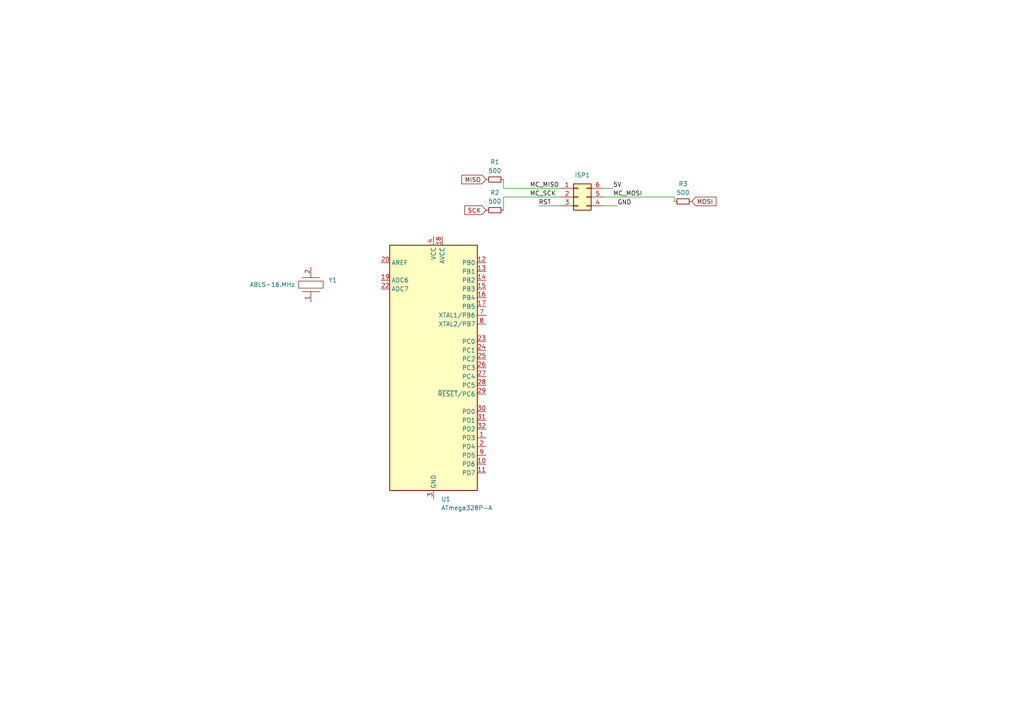
<source format=kicad_sch>
(kicad_sch (version 20230121) (generator eeschema)
  (paper "A4")
  (lib_symbols
    (symbol "Connector_Generic:Conn_02x03_Counter_Clockwise" (pin_names (offset 1.016) hide)
      (property "Reference" "J" (at 1.27 5.08 0))
      (property "Value" "Conn_02x03_Counter_Clockwise" (at 1.27 -5.08 0))
      (symbol "Conn_02x03_Counter_Clockwise_1_1"
        (rectangle (start -1.27 -2.413) (end 0 -2.667) (stroke (width 0.1524)))
        (rectangle (start -1.27 0.127) (end 0 -0.127) (stroke (width 0.1524)))
        (rectangle (start -1.27 2.667) (end 0 2.413) (stroke (width 0.1524)))
        (rectangle (start -1.27 3.81) (end 3.81 -3.81) (stroke (width 0.254)) (fill (type background)))
        (rectangle (start 3.81 -2.413) (end 2.54 -2.667) (stroke (width 0.1524)))
        (rectangle (start 3.81 0.127) (end 2.54 -0.127) (stroke (width 0.1524)))
        (rectangle (start 3.81 2.667) (end 2.54 2.413) (stroke (width 0.1524)))
        (pin passive line (at -5.08 2.54 0) (length 3.81) (name "Pin_1") (number "1"))
        (pin passive line (at -5.08 0 0) (length 3.81) (name "Pin_2") (number "2"))
        (pin passive line (at -5.08 -2.54 0) (length 3.81) (name "Pin_3") (number "3"))
        (pin passive line (at 7.62 -2.54 180) (length 3.81) (name "Pin_4") (number "4"))
        (pin passive line (at 7.62 0 180) (length 3.81) (name "Pin_5") (number "5"))
        (pin passive line (at 7.62 2.54 180) (length 3.81) (name "Pin_6") (number "6"))
      )
    )
    (symbol "Device:R_Small" (pin_numbers hide) (pin_names (offset 0.254) hide)
      (property "Reference" "R" (at 0.762 0.508 0))
      (property "Value" "R_Small" (at 0.762 -1.016 0))
      (symbol "R_Small_0_1"
        (rectangle (start -0.762 1.778) (end 0.762 -1.778) (stroke (width 0.2032)))
      )
      (symbol "R_Small_1_1"
        (pin passive line (at 0 2.54 270) (length 0.762) (name "~") (number "1"))
        (pin passive line (at 0 -2.54 90) (length 0.762) (name "~") (number "2"))
      )
    )
    (symbol "MCU_Microchip_ATmega:ATmega328P-A"
      (property "Reference" "U" (at -12.7 36.83 0))
      (property "Value" "ATmega328P-A" (at 2.54 -36.83 0))
      (symbol "ATmega328P-A_0_1"
        (rectangle (start -12.7 -35.56) (end 12.7 35.56) (stroke (width 0.254)) (fill (type background)))
      )
      (symbol "ATmega328P-A_1_1"
        (pin bidirectional line (at 15.24 -20.32 180) (length 2.54) (name "PD3") (number "1"))
        (pin bidirectional line (at 15.24 -27.94 180) (length 2.54) (name "PD6") (number "10"))
        (pin bidirectional line (at 15.24 -30.48 180) (length 2.54) (name "PD7") (number "11"))
        (pin bidirectional line (at 15.24 30.48 180) (length 2.54) (name "PB0") (number "12"))
        (pin bidirectional line (at 15.24 27.94 180) (length 2.54) (name "PB1") (number "13"))
        (pin bidirectional line (at 15.24 25.4 180) (length 2.54) (name "PB2") (number "14"))
        (pin bidirectional line (at 15.24 22.86 180) (length 2.54) (name "PB3") (number "15"))
        (pin bidirectional line (at 15.24 20.32 180) (length 2.54) (name "PB4") (number "16"))
        (pin bidirectional line (at 15.24 17.78 180) (length 2.54) (name "PB5") (number "17"))
        (pin power_in line (at 2.54 38.1 270) (length 2.54) (name "AVCC") (number "18"))
        (pin input line (at -15.24 25.4 0) (length 2.54) (name "ADC6") (number "19"))
        (pin bidirectional line (at 15.24 -22.86 180) (length 2.54) (name "PD4") (number "2"))
        (pin passive line (at -15.24 30.48 0) (length 2.54) (name "AREF") (number "20"))
        (pin passive line (at 0 -38.1 90) (length 2.54) hide (name "GND") (number "21"))
        (pin input line (at -15.24 22.86 0) (length 2.54) (name "ADC7") (number "22"))
        (pin bidirectional line (at 15.24 7.62 180) (length 2.54) (name "PC0") (number "23"))
        (pin bidirectional line (at 15.24 5.08 180) (length 2.54) (name "PC1") (number "24"))
        (pin bidirectional line (at 15.24 2.54 180) (length 2.54) (name "PC2") (number "25"))
        (pin bidirectional line (at 15.24 0 180) (length 2.54) (name "PC3") (number "26"))
        (pin bidirectional line (at 15.24 -2.54 180) (length 2.54) (name "PC4") (number "27"))
        (pin bidirectional line (at 15.24 -5.08 180) (length 2.54) (name "PC5") (number "28"))
        (pin bidirectional line (at 15.24 -7.62 180) (length 2.54) (name "~{RESET}/PC6") (number "29"))
        (pin power_in line (at 0 -38.1 90) (length 2.54) (name "GND") (number "3"))
        (pin bidirectional line (at 15.24 -12.7 180) (length 2.54) (name "PD0") (number "30"))
        (pin bidirectional line (at 15.24 -15.24 180) (length 2.54) (name "PD1") (number "31"))
        (pin bidirectional line (at 15.24 -17.78 180) (length 2.54) (name "PD2") (number "32"))
        (pin power_in line (at 0 38.1 270) (length 2.54) (name "VCC") (number "4"))
        (pin passive line (at 0 -38.1 90) (length 2.54) hide (name "GND") (number "5"))
        (pin passive line (at 0 38.1 270) (length 2.54) hide (name "VCC") (number "6"))
        (pin bidirectional line (at 15.24 15.24 180) (length 2.54) (name "XTAL1/PB6") (number "7"))
        (pin bidirectional line (at 15.24 12.7 180) (length 2.54) (name "XTAL2/PB7") (number "8"))
        (pin bidirectional line (at 15.24 -25.4 180) (length 2.54) (name "PD5") (number "9"))
      )
    )
    (symbol "SamacSys_Parts:ABLS-16.000MHZ-20-B-3-H-T" (pin_names (offset 0.762))
      (property "Reference" "Y" (at 8.89 6.35 0))
      (property "Value" "ABLS-16.000MHZ-20-B-3-H-T" (at 8.89 3.81 0))
      (symbol "ABLS-16.000MHZ-20-B-3-H-T_0_0"
        (pin passive line (at 0 0 0) (length 2.54) (name "~") (number "1"))
        (pin passive line (at 10.16 0 180) (length 2.54) (name "~") (number "2"))
      )
      (symbol "ABLS-16.000MHZ-20-B-3-H-T_0_1"
        (polyline (pts (xy 3.048 0) (xy 2.54 0)) (stroke (width 0.1524)))
        (polyline (pts (xy 3.048 2.54) (xy 3.048 -2.54)) (stroke (width 0.1524)))
        (polyline (pts (xy 7.112 0) (xy 7.62 0)) (stroke (width 0.1524)))
        (polyline (pts (xy 7.112 2.54) (xy 7.112 -2.54)) (stroke (width 0.1524)))
        (polyline (pts (xy 4.064 3.556) (xy 4.064 -3.556) (xy 6.096 -3.556) (xy 6.096 3.556) (xy 4.064 3.556)) (stroke (width 0.1524)))
      )
    )
  )
  (wire (pts (xy 179.07 59.69) (xy 175.26 59.69)))
  (wire (pts (xy 162.56 54.61) (xy 146.05 54.61)))
  (wire (pts (xy 146.05 54.61) (xy 146.05 52.07)))
  (wire (pts (xy 156.21 59.69) (xy 162.56 59.69)))
  (wire (pts (xy 162.56 57.15) (xy 146.05 57.15)))
  (wire (pts (xy 146.05 57.15) (xy 146.05 60.96)))
  (wire (pts (xy 195.58 57.15) (xy 195.58 58.42)))
  (wire (pts (xy 177.8 54.61) (xy 175.26 54.61)))
  (wire (pts (xy 175.26 57.15) (xy 195.58 57.15)))
  (label "5V" (at 177.8 54.61 0))
  (label "MC_MOSI" (at 177.8 57.15 0))
  (label "RST" (at 156.21 59.69 0))
  (label "GND" (at 179.07 59.69 0))
  (label "MC_SCK" (at 153.67 57.15 0))
  (label "MC_MISO" (at 153.67 54.61 0))
  (global_label "MOSI" (shape input) (at 200.66 58.42 0) (property "Intersheetrefs" "${INTERSHEET_REFS}" (effects hide)))
  (global_label "SCK" (shape input) (at 140.97 60.96 180) (property "Intersheetrefs" "${INTERSHEET_REFS}" (effects hide)))
  (global_label "MISO" (shape input) (at 140.97 52.07 180) (property "Intersheetrefs" "${INTERSHEET_REFS}" (effects hide)))
  (symbol (lib_id "Device:R_Small") (at 198.12 58.42 90) (unit 1)
    (property "Reference" "R3" (at 198.12 53.34 90))
    (property "Value" "500" (at 198.12 55.88 90))
  )
  (symbol (lib_id "SamacSys_Parts:ABLS-16.000MHZ-20-B-3-H-T") (at 90.17 87.63 90) (unit 1)
    (property "Reference" "Y1" (at 95.25 81.28 90) (effects (justify right)))
    (property "Value" "ABLS-16.MHz" (at 72.39 82.55 90) (effects (justify right)))
    (property "Footprint" "ABLS" (effects hide))
    (property "Datasheet" "https://abracon.com/Resonators/abls.pdf" (effects hide))
    (property "Description" "HC/49US (AT49) SMD LOW PROFILE CRYSTAL" (effects hide))
    (property "Mouser Part Number" "815-LS16000MHZ20B3HT" (effects hide))
    (property "Mouser Price/Stock" "https://www.mouser.co.uk/ProductDetail/ABRACON/ABLS-16.000MHZ-20-B-3-H-T?qs=vLWxofP3U2xcDOBzS3uczg%3D%3D" (effects hide))
    (property "Manufacturer_Name" "ABRACON" (effects hide))
    (property "Manufacturer_Part_Number" "ABLS-16.000MHZ-20-B-3-H-T" (effects hide))
  )
  (symbol (lib_id "Device:R_Small") (at 143.51 60.96 90) (unit 1)
    (property "Reference" "R2" (at 143.51 55.88 90))
    (property "Value" "500" (at 143.51 58.42 90))
  )
  (symbol (lib_id "Device:R_Small") (at 143.51 52.07 90) (unit 1)
    (property "Reference" "R1" (at 143.51 46.99 90))
    (property "Value" "500" (at 143.51 49.53 90))
  )
  (symbol (lib_id "MCU_Microchip_ATmega:ATmega328P-A") (at 125.73 106.68 0) (unit 1)
    (property "Reference" "U1" (at 127.9241 144.78 0) (effects (justify left)))
    (property "Value" "ATmega328P-A" (at 127.9241 147.32 0) (effects (justify left)))
    (property "Footprint" "Package_QFP:TQFP-32_7x7mm_P0.8mm" (effects hide))
    (property "Datasheet" "http://ww1.microchip.com/downloads/en/DeviceDoc/ATmega328_P%20AVR%20MCU%20with%20picoPower%20Technology%20Data%20Sheet%2040001984A.pdf" (effects hide))
  )
  (symbol (lib_id "Connector_Generic:Conn_02x03_Counter_Clockwise") (at 167.64 57.15 0) (unit 1)
    (property "Reference" "ISP1" (at 168.91 50.8 0))
    (property "Value" "Conn_02x03_Counter_Clockwise" (effects hide))
  )
)
</source>
